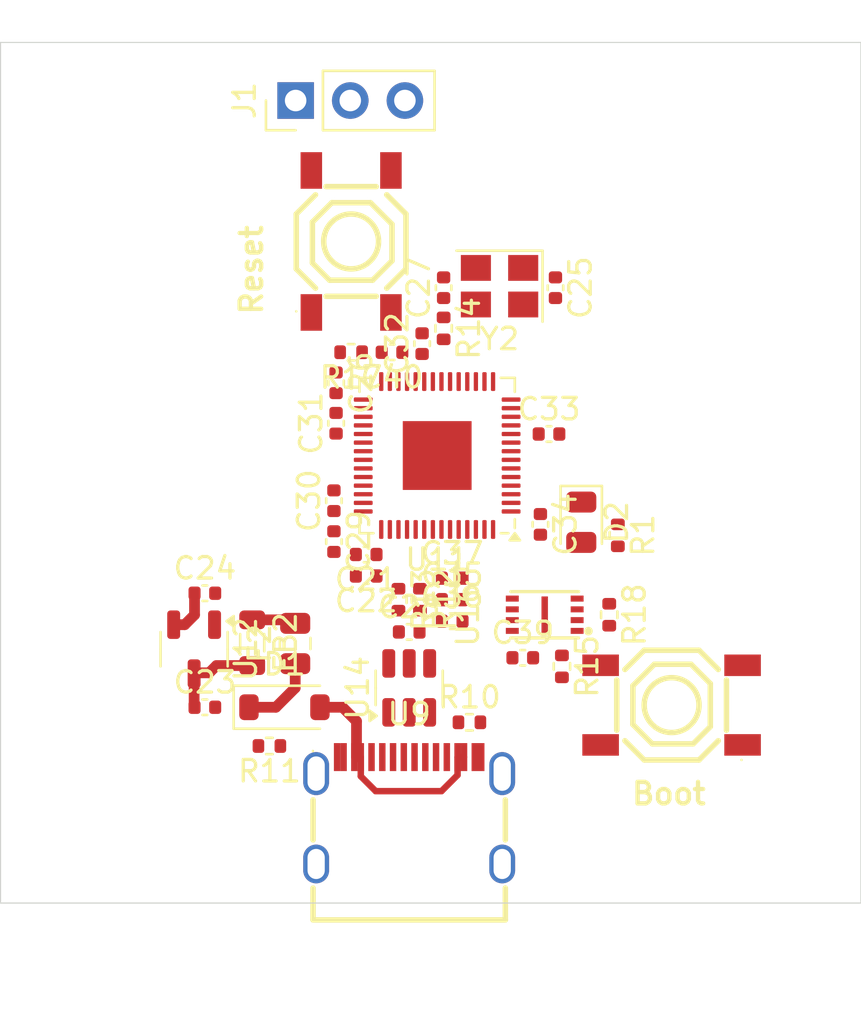
<source format=kicad_pcb>
(kicad_pcb (version 20241229) (generator "pcbnew") (generator_version "9.0")
  (layers (0 "F.Cu" signal) (2 "B.Cu" signal) (13 "F.Paste" user) (15 "B.Paste" user) (5 "F.SilkS" user "F.Silkscreen") (7 "B.SilkS" user "B.Silkscreen") (1 "F.Mask" user) (3 "B.Mask" user) (25 "Edge.Cuts" user))
  (net 0 "")
  (net 1 "+3V3")
  (net 2 "GND")
  (net 3 "+1V1")
  (net 4 "+5V")
  (net 5 "/rp2040/OSC_OUT")
  (net 6 "/rp2040/RUN")
  (net 7 "/rp2040/OSC_IN")
  (net 8 "/rp2040/VBUS")
  (net 9 "Net-(D1-K)")
  (net 10 "/USER_LED")
  (net 11 "Net-(D2-A)")
  (net 12 "Net-(F2-Pad2)")
  (net 13 "/rp2040/CC2")
  (net 14 "/rp2040/CC1")
  (net 15 "/rp2040/USB_MCU+")
  (net 16 "/rp2040/USB+")
  (net 17 "/rp2040/USB_MCU-")
  (net 18 "/rp2040/USB-")
  (net 19 "XOUT_MCU")
  (net 20 "/rp2040/QSPI_SS")
  (net 21 "Net-(U13-C)")
  (net 28 "/rp2040/SWCLK")
  (net 29 "/rp2040/SWD")
  (net 30 "/rp2040/GPIO17")
  (net 31 "/rp2040/GPIO22")
  (net 32 "QSPI_SD0")
  (net 33 "/rp2040/GPIO19")
  (net 34 "/rp2040/GPIO28")
  (net 35 "/rp2040/GPIO24")
  (net 36 "/rp2040/QSPI_SD2")
  (net 37 "/rp2040/GPIO27")
  (net 38 "/rp2040/GPIO16")
  (net 39 "/rp2040/GPIO10")
  (net 40 "/rp2040/GPIO5")
  (net 41 "/rp2040/GPIO2")
  (net 42 "/rp2040/GPIO3")
  (net 43 "/rp2040/QSPI_SD1")
  (net 44 "/rp2040/GPIO14")
  (net 45 "QSPI_SD3")
  (net 46 "/rp2040/GPIO6")
  (net 47 "/rp2040/GPIO1")
  (net 48 "/rp2040/GPIO7")
  (net 49 "/rp2040/GPIO21")
  (net 50 "/rp2040/GPIO23")
  (net 51 "/rp2040/GPIO15")
  (net 52 "/rp2040/GPIO25")
  (net 53 "/rp2040/GPIO9")
  (net 54 "/rp2040/GPIO26")
  (net 55 "QSPI_SCLK")
  (net 56 "/rp2040/GPIO13")
  (net 57 "/rp2040/GPIO11")
  (net 58 "/rp2040/GPIO18")
  (net 59 "/rp2040/GPIO29")
  (net 60 "/rp2040/GPIO4")
  (net 61 "/rp2040/GPIO8")
  (net 62 "/rp2040/GPIO12")
  (net 63 "/rp2040/GPIO20")
  (footprint "Capacitor_SMD:C_0402_1005Metric" (layer "F.Cu") (at 189.5 90.9)
    (property "Reference" "C23" (at 0 -1.16 0) (layer "F.SilkS"))
    (property "Value" "1uF")
    (fp_line (start -0.107836 -0.36) (end 0.107836 -0.36) (stroke (width 0.12)) (layer "F.SilkS"))
    (fp_line (start -0.107836 0.36) (end 0.107836 0.36) (stroke (width 0.12)) (layer "F.SilkS"))
    (pad "1" smd roundrect (at -0.48 0) (size 0.56 0.62) (layers "F.Cu" "F.Mask" "F.Paste") (net 4 "+5V"))
    (pad "2" smd roundrect (at 0.48 0) (size 0.56 0.62) (layers "F.Cu" "F.Mask" "F.Paste") (net 2 "GND"))
  )
  (footprint "footprints:simple-usb-c" (layer "F.Cu") (at 199 97)
    (property "Reference" "U9" (at 0 -5.784087 0) (layer "F.SilkS"))
    (property "Value" "TYPE-C-31-M-12")
    (fp_line (start -4.470003 0.065697) (end -4.470003 -1.797219) (stroke (width 0.254)) (layer "F.SilkS"))
    (fp_line (start -4.470003 3.784087) (end -4.470003 2.302781) (stroke (width 0.254)) (layer "F.SilkS"))
    (fp_line (start 4.470003 0.066053) (end 4.470003 -1.797574) (stroke (width 0.254)) (layer "F.SilkS"))
    (fp_line (start 4.470003 3.784087) (end -4.470003 3.784087) (stroke (width 0.254)) (layer "F.SilkS"))
    (fp_line (start 4.470003 3.784087) (end 4.470003 2.302426) (stroke (width 0.254)) (layer "F.SilkS"))
    (fp_circle (center -4.476048 -4.066129) (end -4.44605 -4.066129) (stroke (width 0.059995)) (fill no) (layer "F.SilkS"))
    (pad "" np_thru_hole circle (at -2.90094 -2.515634) (size 0.750013 0.750013) (drill 0.750013) (layers "*.Cu" "*.Mask"))
    (pad "" np_thru_hole circle (at 2.898908 -2.515634) (size 0.750013 0.750013) (drill 0.750013) (layers "*.Cu" "*.Mask"))
    (pad "0" thru_hole oval (at -4.326137 -3.015761) (size 1.2 2) (drill oval 0.8 1.600025) (layers "*.Cu" "*.Mask"))
    (pad "0" thru_hole oval (at -4.326137 1.184138) (size 1.2 1.8) (drill oval 0.8 1.4) (layers "*.Cu" "*.Mask"))
    (pad "0" thru_hole oval (at 4.324105 -3.015761) (size 1.2 2) (drill oval 0.8 1.599975) (layers "*.Cu" "*.Mask"))
    (pad "0" thru_hole oval (at 4.324105 1.184138) (size 1.2 1.8) (drill oval 0.8 1.4) (layers "*.Cu" "*.Mask"))
    (pad "A1" smd rect (at -3.351029 -3.784087) (size 0.3 1.3) (layers "F.Cu" "F.Mask" "F.Paste") (net 2 "GND"))
    (pad "A4" smd rect (at -2.550927 -3.784087) (size 0.3 1.3) (layers "F.Cu" "F.Mask" "F.Paste") (net 8 "/rp2040/VBUS"))
    (pad "A5" smd rect (at -1.250953 -3.784087) (size 0.3 1.3) (layers "F.Cu" "F.Mask" "F.Paste") (net 14 "/rp2040/CC1"))
    (pad "A6" smd rect (at -0.250953 -3.784087) (size 0.3 1.3) (layers "F.Cu" "F.Mask" "F.Paste") (net 16 "/rp2040/USB+"))
    (pad "A7" smd rect (at 0.24892 -3.784087) (size 0.3 1.3) (layers "F.Cu" "F.Mask" "F.Paste") (net 18 "/rp2040/USB-"))
    (pad "A8" smd rect (at 1.248666 -3.784087) (size 0.3 1.3) (layers "F.Cu" "F.Mask" "F.Paste"))
    (pad "A9" smd rect (at 2.549149 -3.784087) (size 0.3 1.3) (layers "F.Cu" "F.Mask" "F.Paste") (net 8 "/rp2040/VBUS"))
    (pad "A12" smd rect (at 3.348997 -3.784087) (size 0.3 1.3) (layers "F.Cu" "F.Mask" "F.Paste") (net 2 "GND"))
    (pad "B1" smd rect (at 3.049022 -3.784087) (size 0.3 1.3) (layers "F.Cu" "F.Mask" "F.Paste") (net 2 "GND"))
    (pad "B4" smd rect (at 2.24892 -3.784087) (size 0.3 1.3) (layers "F.Cu" "F.Mask" "F.Paste") (net 8 "/rp2040/VBUS"))
    (pad "B5" smd rect (at 1.749047 -3.784087) (size 0.3 1.3) (layers "F.Cu" "F.Mask" "F.Paste") (net 13 "/rp2040/CC2"))
    (pad "B6" smd rect (at 0.749047 -3.784087) (size 0.3 1.3) (layers "F.Cu" "F.Mask" "F.Paste") (net 16 "/rp2040/USB+"))
    (pad "B7" smd rect (at -0.75108 -3.784087) (size 0.3 1.3) (layers "F.Cu" "F.Mask" "F.Paste") (net 18 "/rp2040/USB-"))
    (pad "B8" smd rect (at -1.75108 -3.784087) (size 0.3 1.3) (layers "F.Cu" "F.Mask" "F.Paste"))
    (pad "B9" smd rect (at -2.250953 -3.784087) (size 0.3 1.3) (layers "F.Cu" "F.Mask" "F.Paste") (net 8 "/rp2040/VBUS"))
    (pad "B12" smd rect (at -3.051054 -3.784087) (size 0.3 1.3) (layers "F.Cu" "F.Mask" "F.Paste") (net 2 "GND"))
  )
  (footprint "Capacitor_SMD:C_0402_1005Metric" (layer "F.Cu") (at 195.6 75.82 -90)
    (property "Reference" "C26" (at 0 -1.16 90) (layer "F.SilkS"))
    (property "Value" "100nF")
    (fp_line (start -0.107836 0.36) (end 0.107836 0.36) (stroke (width 0.12)) (layer "F.SilkS"))
    (fp_line (start -0.107836 -0.36) (end 0.107836 -0.36) (stroke (width 0.12)) (layer "F.SilkS"))
    (pad "1" smd roundrect (at -0.48 0 270) (size 0.56 0.62) (layers "F.Cu" "F.Mask" "F.Paste") (net 6 "/rp2040/RUN"))
    (pad "2" smd roundrect (at 0.48 0 270) (size 0.56 0.62) (layers "F.Cu" "F.Mask" "F.Paste") (net 2 "GND"))
  )
  (footprint "Capacitor_SMD:C_0402_1005Metric" (layer "F.Cu") (at 205.8 71.4 -90)
    (property "Reference" "C25" (at 0 -1.16 90) (layer "F.SilkS"))
    (property "Value" "30pF")
    (fp_line (start -0.107836 0.36) (end 0.107836 0.36) (stroke (width 0.12)) (layer "F.SilkS"))
    (fp_line (start -0.107836 -0.36) (end 0.107836 -0.36) (stroke (width 0.12)) (layer "F.SilkS"))
    (pad "1" smd roundrect (at -0.48 0 270) (size 0.56 0.62) (layers "F.Cu" "F.Mask" "F.Paste") (net 5 "/rp2040/OSC_OUT"))
    (pad "2" smd roundrect (at 0.48 0 270) (size 0.56 0.62) (layers "F.Cu" "F.Mask" "F.Paste") (net 2 "GND"))
  )
  (footprint "Diode_SMD:D_SOD-123" (layer "F.Cu") (at 193.2 90.9)
    (property "Reference" "D1" (at 0 -2 0) (layer "F.SilkS"))
    (property "Value" "5819W")
    (fp_line (start -2.36 -1) (end -2.36 1) (stroke (width 0.12)) (layer "F.SilkS"))
    (fp_line (start -2.36 -1) (end 1.65 -1) (stroke (width 0.12)) (layer "F.SilkS"))
    (fp_line (start -2.36 1) (end 1.65 1) (stroke (width 0.12)) (layer "F.SilkS"))
    (pad "1" smd roundrect (at -1.65 0) (size 0.9 1.2) (layers "F.Cu" "F.Mask" "F.Paste") (net 9 "Net-(D1-K)"))
    (pad "2" smd roundrect (at 1.65 0) (size 0.9 1.2) (layers "F.Cu" "F.Mask" "F.Paste") (net 8 "/rp2040/VBUS"))
  )
  (footprint "Resistor_SMD:R_0402_1005Metric" (layer "F.Cu") (at 201.8 91.6)
    (property "Reference" "R10" (at 0 -1.17 0) (layer "F.SilkS"))
    (property "Value" "5.1k")
    (fp_line (start -0.153641 -0.38) (end 0.153641 -0.38) (stroke (width 0.12)) (layer "F.SilkS"))
    (fp_line (start -0.153641 0.38) (end 0.153641 0.38) (stroke (width 0.12)) (layer "F.SilkS"))
    (pad "1" smd roundrect (at -0.51 0) (size 0.54 0.64) (layers "F.Cu" "F.Mask" "F.Paste") (net 13 "/rp2040/CC2"))
    (pad "2" smd roundrect (at 0.51 0) (size 0.54 0.64) (layers "F.Cu" "F.Mask" "F.Paste") (net 2 "GND"))
  )
  (footprint "Resistor_SMD:R_0402_1005Metric" (layer "F.Cu") (at 192.5 92.7 180)
    (property "Reference" "R11" (at 0 -1.17 0) (layer "F.SilkS"))
    (property "Value" "5.1k")
    (fp_line (start -0.153641 0.38) (end 0.153641 0.38) (stroke (width 0.12)) (layer "F.SilkS"))
    (fp_line (start -0.153641 -0.38) (end 0.153641 -0.38) (stroke (width 0.12)) (layer "F.SilkS"))
    (pad "1" smd roundrect (at -0.51 0 180) (size 0.54 0.64) (layers "F.Cu" "F.Mask" "F.Paste") (net 14 "/rp2040/CC1"))
    (pad "2" smd roundrect (at 0.51 0 180) (size 0.54 0.64) (layers "F.Cu" "F.Mask" "F.Paste") (net 2 "GND"))
  )
  (footprint "footprints:tactile-switch" (layer "F.Cu") (at 196.3 69.25 90)
    (property "Reference" "U15" (hide yes))
    (property "Value" "Reset")
    (fp_line (start 1.275083 -2.550165) (end 2.170155 -1.655093) (stroke (width 0.254)) (layer "F.SilkS"))
    (fp_line (start -1.275083 -2.550165) (end 1.275083 -2.550165) (stroke (width 0.254)) (layer "F.SilkS"))
    (fp_line (start -1.275083 -2.550165) (end -2.170155 -1.655093) (stroke (width 0.254)) (layer "F.SilkS"))
    (fp_line (start 0.899162 -1.800864) (end 1.800864 -0.899162) (stroke (width 0.254)) (layer "F.SilkS"))
    (fp_line (start -1.000762 -1.800864) (end 0.899162 -1.800864) (stroke (width 0.254)) (layer "F.SilkS"))
    (fp_line (start 2.550165 -1.168402) (end 2.550165 1.168402) (stroke (width 0.254)) (layer "F.SilkS"))
    (fp_line (start -2.550165 -1.168402) (end -2.550165 1.168402) (stroke (width 0.254)) (layer "F.SilkS"))
    (fp_line (start -1.800864 -1.000762) (end -1.000762 -1.800864) (stroke (width 0.254)) (layer "F.SilkS"))
    (fp_line (start 1.800864 -0.899162) (end 1.800864 0.899162) (stroke (width 0.254)) (layer "F.SilkS"))
    (fp_line (start 1.800864 0.899162) (end 0.800102 1.899924) (stroke (width 0.254)) (layer "F.SilkS"))
    (fp_line (start -1.800864 0.998222) (end -1.800864 -1.000762) (stroke (width 0.254)) (layer "F.SilkS"))
    (fp_line (start 2.170155 1.655093) (end 1.275083 2.550165) (stroke (width 0.254)) (layer "F.SilkS"))
    (fp_line (start -2.170155 1.655093) (end -1.275083 2.550165) (stroke (width 0.254)) (layer "F.SilkS"))
    (fp_line (start 0.800102 1.899924) (end -0.899162 1.899924) (stroke (width 0.254)) (layer "F.SilkS"))
    (fp_line (start -0.899162 1.899924) (end -1.800864 0.998222) (stroke (width 0.254)) (layer "F.SilkS"))
    (fp_line (start -1.275083 2.550165) (end 1.275083 2.550165) (stroke (width 0.254)) (layer "F.SilkS"))
    (fp_circle (center -3.250013 -2.549987) (end -3.220015 -2.549987) (stroke (width 0.059995)) (fill no) (layer "F.SilkS"))
    (fp_circle (center 0 0) (end 1.275083 0) (stroke (width 0.254)) (fill no) (layer "F.SilkS"))
    (pad "1" smd rect (at -3.299975 -1.849124 90) (size 1.7 1) (layers "F.Cu" "F.Mask" "F.Paste") (net 2 "GND"))
    (pad "2" smd rect (at 3.299975 -1.850394 90) (size 1.7 1) (layers "F.Cu" "F.Mask" "F.Paste") (net 2 "GND"))
    (pad "3" smd rect (at -3.299975 1.850394 90) (size 1.7 1) (layers "F.Cu" "F.Mask" "F.Paste") (net 6 "/rp2040/RUN"))
    (pad "4" smd rect (at 3.299975 1.850394 90) (size 1.7 1) (layers "F.Cu" "F.Mask" "F.Paste") (net 6 "/rp2040/RUN"))
  )
  (footprint "Package_TO_SOT_SMD:SOT-23-3" (layer "F.Cu") (at 189 88.2 -90)
    (property "Reference" "U12" (at 0 -2.4 90) (layer "F.SilkS"))
    (property "Value" "XC6206PxxxMR")
    (fp_line (start 0 1.56) (end -0.8 1.56) (stroke (width 0.12)) (layer "F.SilkS"))
    (fp_line (start 0 1.56) (end 0.8 1.56) (stroke (width 0.12)) (layer "F.SilkS"))
    (fp_line (start 0 -1.56) (end -0.8 -1.56) (stroke (width 0.12)) (layer "F.SilkS"))
    (fp_line (start 0 -1.56) (end 0.8 -1.56) (stroke (width 0.12)) (layer "F.SilkS"))
    (fp_poly (pts (xy -1.3 -1.51) (xy -1.54 -1.84) (xy -1.06 -1.84) (xy -1.3 -1.51)) (stroke (width 0.12)) (fill yes) (layer "F.SilkS"))
    (pad "1" smd roundrect (at -1.1375 -0.95 270) (size 1.325 0.6) (layers "F.Cu" "F.Mask" "F.Paste") (net 2 "GND"))
    (pad "2" smd roundrect (at -1.1375 0.95 270) (size 1.325 0.6) (layers "F.Cu" "F.Mask" "F.Paste") (net 1 "+3V3"))
    (pad "3" smd roundrect (at 1.1375 0 270) (size 1.325 0.6) (layers "F.Cu" "F.Mask" "F.Paste") (net 4 "+5V"))
  )
  (footprint "Capacitor_SMD:C_0402_1005Metric" (layer "F.Cu") (at 201 84.9)
    (property "Reference" "C37" (at 0 -1.16 0) (layer "F.SilkS"))
    (property "Value" "100nF")
    (fp_line (start -0.107836 -0.36) (end 0.107836 -0.36) (stroke (width 0.12)) (layer "F.SilkS"))
    (fp_line (start -0.107836 0.36) (end 0.107836 0.36) (stroke (width 0.12)) (layer "F.SilkS"))
    (pad "1" smd roundrect (at -0.48 0) (size 0.56 0.62) (layers "F.Cu" "F.Mask" "F.Paste") (net 3 "+1V1"))
    (pad "2" smd roundrect (at 0.48 0) (size 0.56 0.62) (layers "F.Cu" "F.Mask" "F.Paste") (net 2 "GND"))
  )
  (footprint "Resistor_SMD:R_0402_1005Metric" (layer "F.Cu") (at 198.5 85.9 -90)
    (property "Reference" "R13" (at 0 -1.17 270) (layer "F.SilkS"))
    (property "Value" "27 ohm")
    (fp_line (start -0.153641 0.38) (end 0.153641 0.38) (stroke (width 0.12)) (layer "F.SilkS"))
    (fp_line (start -0.153641 -0.38) (end 0.153641 -0.38) (stroke (width 0.12)) (layer "F.SilkS"))
    (pad "1" smd roundrect (at -0.51 0 270) (size 0.54 0.64) (layers "F.Cu" "F.Mask" "F.Paste") (net 17 "/rp2040/USB_MCU-"))
    (pad "2" smd roundrect (at 0.51 0 270) (size 0.54 0.64) (layers "F.Cu" "F.Mask" "F.Paste") (net 18 "/rp2040/USB-"))
  )
  (footprint "Capacitor_SMD:C_0402_1005Metric" (layer "F.Cu") (at 204.28 88.6)
    (property "Reference" "C39" (at 0 -1.16 0) (layer "F.SilkS"))
    (property "Value" "2.2uF")
    (fp_line (start -0.107836 -0.36) (end 0.107836 -0.36) (stroke (width 0.12)) (layer "F.SilkS"))
    (fp_line (start -0.107836 0.36) (end 0.107836 0.36) (stroke (width 0.12)) (layer "F.SilkS"))
    (pad "1" smd roundrect (at -0.48 0) (size 0.56 0.62) (layers "F.Cu" "F.Mask" "F.Paste") (net 1 "+3V3"))
    (pad "2" smd roundrect (at 0.48 0) (size 0.56 0.62) (layers "F.Cu" "F.Mask" "F.Paste") (net 2 "GND"))
  )
  (footprint "Capacitor_SMD:C_0402_1005Metric" (layer "F.Cu") (at 197 83.8 180)
    (property "Reference" "C21" (at 0 -1.16 0) (layer "F.SilkS"))
    (property "Value" "2.2uF")
    (fp_line (start -0.107836 0.36) (end 0.107836 0.36) (stroke (width 0.12)) (layer "F.SilkS"))
    (fp_line (start -0.107836 -0.36) (end 0.107836 -0.36) (stroke (width 0.12)) (layer "F.SilkS"))
    (pad "1" smd roundrect (at -0.48 0 180) (size 0.56 0.62) (layers "F.Cu" "F.Mask" "F.Paste") (net 1 "+3V3"))
    (pad "2" smd roundrect (at 0.48 0 180) (size 0.56 0.62) (layers "F.Cu" "F.Mask" "F.Paste") (net 2 "GND"))
  )
  (footprint "Resistor_SMD:R_0402_1005Metric" (layer "F.Cu") (at 196.3 74.4 180)
    (property "Reference" "R17" (at 0 -1.17 0) (layer "F.SilkS"))
    (property "Value" "10k ohm")
    (fp_line (start -0.153641 0.38) (end 0.153641 0.38) (stroke (width 0.12)) (layer "F.SilkS"))
    (fp_line (start -0.153641 -0.38) (end 0.153641 -0.38) (stroke (width 0.12)) (layer "F.SilkS"))
    (pad "1" smd roundrect (at -0.51 0 180) (size 0.54 0.64) (layers "F.Cu" "F.Mask" "F.Paste") (net 6 "/rp2040/RUN"))
    (pad "2" smd roundrect (at 0.51 0 180) (size 0.54 0.64) (layers "F.Cu" "F.Mask" "F.Paste") (net 1 "+3V3"))
  )
  (footprint "Capacitor_SMD:C_0402_1005Metric" (layer "F.Cu") (at 201 86.9)
    (property "Reference" "C36" (at 0 -1.16 0) (layer "F.SilkS"))
    (property "Value" "100nF")
    (fp_line (start -0.107836 -0.36) (end 0.107836 -0.36) (stroke (width 0.12)) (layer "F.SilkS"))
    (fp_line (start -0.107836 0.36) (end 0.107836 0.36) (stroke (width 0.12)) (layer "F.SilkS"))
    (pad "1" smd roundrect (at -0.48 0) (size 0.56 0.62) (layers "F.Cu" "F.Mask" "F.Paste") (net 1 "+3V3"))
    (pad "2" smd roundrect (at 0.48 0) (size 0.56 0.62) (layers "F.Cu" "F.Mask" "F.Paste") (net 2 "GND"))
  )
  (footprint "footprints:w25q16jvuxiq" (layer "F.Cu") (at 205.3 86.6 90)
    (property "Reference" "U16" (at 0 -3.576187 90) (layer "F.SilkS"))
    (property "Value" "W25Q16JVUXIQ")
    (fp_line (start -1.076238 -1.576187) (end -1.076238 1.576187) (stroke (width 0.1524)) (layer "F.SilkS"))
    (fp_line (start 1.076238 1.576187) (end 1.076238 -1.576187) (stroke (width 0.1524)) (layer "F.SilkS"))
    (fp_circle (center -0.76209 2.032144) (end -0.662014 2.032144) (stroke (width 0.2)) (fill no) (layer "F.SilkS"))
    (pad "1" smd rect (at -0.750152 1.507633) (size 0.6 0.28001) (layers "F.Cu" "F.Mask" "F.Paste") (net 20 "/rp2040/QSPI_SS"))
    (pad "2" smd rect (at -0.250025 1.507633) (size 0.6 0.28001) (layers "F.Cu" "F.Mask" "F.Paste") (net 43 "/rp2040/QSPI_SD1"))
    (pad "3" smd rect (at 0.249848 1.507633) (size 0.6 0.28001) (layers "F.Cu" "F.Mask" "F.Paste") (net 36 "/rp2040/QSPI_SD2"))
    (pad "4" smd rect (at 0.749975 1.507633) (size 0.6 0.28001) (layers "F.Cu" "F.Mask" "F.Paste") (net 2 "GND"))
    (pad "5" smd rect (at 0.749975 -1.507353) (size 0.6 0.28001) (layers "F.Cu" "F.Mask" "F.Paste") (net 32 "QSPI_SD0"))
    (pad "6" smd rect (at 0.249848 -1.507353) (size 0.6 0.28001) (layers "F.Cu" "F.Mask" "F.Paste") (net 55 "QSPI_SCLK"))
    (pad "7" smd rect (at -0.250025 -1.507353) (size 0.6 0.28001) (layers "F.Cu" "F.Mask" "F.Paste") (net 45 "QSPI_SD3"))
    (pad "8" smd rect (at -0.750152 -1.507353) (size 0.6 0.28001) (layers "F.Cu" "F.Mask" "F.Paste") (net 1 "+3V3"))
    (pad "9" smd rect (at -0.000089 0.00014 180) (size 0.3 1.7) (layers "F.Cu" "F.Mask" "F.Paste"))
  )
  (footprint "Capacitor_SMD:C_0402_1005Metric" (layer "F.Cu") (at 197 84.8 180)
    (property "Reference" "C22" (at 0 -1.16 0) (layer "F.SilkS"))
    (property "Value" "2.2uF")
    (fp_line (start -0.107836 0.36) (end 0.107836 0.36) (stroke (width 0.12)) (layer "F.SilkS"))
    (fp_line (start -0.107836 -0.36) (end 0.107836 -0.36) (stroke (width 0.12)) (layer "F.SilkS"))
    (pad "1" smd roundrect (at -0.48 0 180) (size 0.56 0.62) (layers "F.Cu" "F.Mask" "F.Paste") (net 3 "+1V1"))
    (pad "2" smd roundrect (at 0.48 0 180) (size 0.56 0.62) (layers "F.Cu" "F.Mask" "F.Paste") (net 2 "GND"))
  )
  (footprint "footprints:tactile-switch" (layer "F.Cu") (at 211.2 90.8 180)
    (property "Reference" "U13" (hide yes))
    (property "Value" "USB Boot")
    (fp_line (start 2.550165 -1.168402) (end 2.550165 1.168402) (stroke (width 0.254)) (layer "F.SilkS"))
    (fp_line (start 2.170155 1.655093) (end 1.275083 2.550165) (stroke (width 0.254)) (layer "F.SilkS"))
    (fp_line (start 1.800864 0.899162) (end 0.800102 1.899924) (stroke (width 0.254)) (layer "F.SilkS"))
    (fp_line (start 1.800864 -0.899162) (end 1.800864 0.899162) (stroke (width 0.254)) (layer "F.SilkS"))
    (fp_line (start 1.275083 -2.550165) (end 2.170155 -1.655093) (stroke (width 0.254)) (layer "F.SilkS"))
    (fp_line (start 0.899162 -1.800864) (end 1.800864 -0.899162) (stroke (width 0.254)) (layer "F.SilkS"))
    (fp_line (start 0.800102 1.899924) (end -0.899162 1.899924) (stroke (width 0.254)) (layer "F.SilkS"))
    (fp_line (start -0.899162 1.899924) (end -1.800864 0.998222) (stroke (width 0.254)) (layer "F.SilkS"))
    (fp_line (start -1.000762 -1.800864) (end 0.899162 -1.800864) (stroke (width 0.254)) (layer "F.SilkS"))
    (fp_line (start -1.275083 2.550165) (end 1.275083 2.550165) (stroke (width 0.254)) (layer "F.SilkS"))
    (fp_line (start -1.275083 -2.550165) (end 1.275083 -2.550165) (stroke (width 0.254)) (layer "F.SilkS"))
    (fp_line (start -1.275083 -2.550165) (end -2.170155 -1.655093) (stroke (width 0.254)) (layer "F.SilkS"))
    (fp_line (start -1.800864 0.998222) (end -1.800864 -1.000762) (stroke (width 0.254)) (layer "F.SilkS"))
    (fp_line (start -1.800864 -1.000762) (end -1.000762 -1.800864) (stroke (width 0.254)) (layer "F.SilkS"))
    (fp_line (start -2.170155 1.655093) (end -1.275083 2.550165) (stroke (width 0.254)) (layer "F.SilkS"))
    (fp_line (start -2.550165 -1.168402) (end -2.550165 1.168402) (stroke (width 0.254)) (layer "F.SilkS"))
    (fp_circle (center 0 0) (end 1.275083 0) (stroke (width 0.254)) (fill no) (layer "F.SilkS"))
    (fp_circle (center -3.250013 -2.549987) (end -3.220015 -2.549987) (stroke (width 0.059995)) (fill no) (layer "F.SilkS"))
    (pad "1" smd rect (at -3.299975 -1.849124 180) (size 1.7 1) (layers "F.Cu" "F.Mask" "F.Paste") (net 2 "GND"))
    (pad "2" smd rect (at 3.299975 -1.850394 180) (size 1.7 1) (layers "F.Cu" "F.Mask" "F.Paste") (net 2 "GND"))
    (pad "3" smd rect (at -3.299975 1.850394 180) (size 1.7 1) (layers "F.Cu" "F.Mask" "F.Paste") (net 21 "Net-(U13-C)"))
    (pad "4" smd rect (at 3.299975 1.850394 180) (size 1.7 1) (layers "F.Cu" "F.Mask" "F.Paste") (net 21 "Net-(U13-C)"))
  )
  (footprint "Capacitor_SMD:C_0402_1005Metric" (layer "F.Cu") (at 195.6 77.7 90)
    (property "Reference" "C31" (at 0 -1.16 90) (layer "F.SilkS"))
    (property "Value" "100nF")
    (fp_line (start -0.107836 -0.36) (end 0.107836 -0.36) (stroke (width 0.12)) (layer "F.SilkS"))
    (fp_line (start -0.107836 0.36) (end 0.107836 0.36) (stroke (width 0.12)) (layer "F.SilkS"))
    (pad "1" smd roundrect (at -0.48 0 90) (size 0.56 0.62) (layers "F.Cu" "F.Mask" "F.Paste") (net 1 "+3V3"))
    (pad "2" smd roundrect (at 0.48 0 90) (size 0.56 0.62) (layers "F.Cu" "F.Mask" "F.Paste") (net 2 "GND"))
  )
  (footprint "Package_TO_SOT_SMD:SOT-23-6" (layer "F.Cu") (at 199 90 90)
    (property "Reference" "U14" (at 0 -2.4 90) (layer "F.SilkS"))
    (property "Value" "USBLC6-2SC6")
    (fp_line (start 0 -1.56) (end 0.8 -1.56) (stroke (width 0.12)) (layer "F.SilkS"))
    (fp_line (start 0 -1.56) (end -0.8 -1.56) (stroke (width 0.12)) (layer "F.SilkS"))
    (fp_line (start 0 1.56) (end 0.8 1.56) (stroke (width 0.12)) (layer "F.SilkS"))
    (fp_line (start 0 1.56) (end -0.8 1.56) (stroke (width 0.12)) (layer "F.SilkS"))
    (fp_poly (pts (xy -1.3 -1.51) (xy -1.54 -1.84) (xy -1.06 -1.84) (xy -1.3 -1.51)) (stroke (width 0.12)) (fill yes) (layer "F.SilkS"))
    (pad "1" smd roundrect (at -1.1375 -0.95 90) (size 1.325 0.6) (layers "F.Cu" "F.Mask" "F.Paste") (net 18 "/rp2040/USB-"))
    (pad "2" smd roundrect (at -1.1375 0 90) (size 1.325 0.6) (layers "F.Cu" "F.Mask" "F.Paste") (net 2 "GND"))
    (pad "3" smd roundrect (at -1.1375 0.95 90) (size 1.325 0.6) (layers "F.Cu" "F.Mask" "F.Paste") (net 16 "/rp2040/USB+"))
    (pad "4" smd roundrect (at 1.1375 0.95 90) (size 1.325 0.6) (layers "F.Cu" "F.Mask" "F.Paste") (net 16 "/rp2040/USB+"))
    (pad "5" smd roundrect (at 1.1375 0 90) (size 1.325 0.6) (layers "F.Cu" "F.Mask" "F.Paste") (net 8 "/rp2040/VBUS"))
    (pad "6" smd roundrect (at 1.1375 -0.95 90) (size 1.325 0.6) (layers "F.Cu" "F.Mask" "F.Paste") (net 18 "/rp2040/USB-"))
  )
  (footprint "Resistor_SMD:R_0402_1005Metric" (layer "F.Cu") (at 199.5 85.9 -90)
    (property "Reference" "R12" (at 0 -1.17 270) (layer "F.SilkS"))
    (property "Value" "27 ohm")
    (fp_line (start -0.153641 0.38) (end 0.153641 0.38) (stroke (width 0.12)) (layer "F.SilkS"))
    (fp_line (start -0.153641 -0.38) (end 0.153641 -0.38) (stroke (width 0.12)) (layer "F.SilkS"))
    (pad "1" smd roundrect (at -0.51 0 270) (size 0.54 0.64) (layers "F.Cu" "F.Mask" "F.Paste") (net 15 "/rp2040/USB_MCU+"))
    (pad "2" smd roundrect (at 0.51 0 270) (size 0.54 0.64) (layers "F.Cu" "F.Mask" "F.Paste") (net 16 "/rp2040/USB+"))
  )
  (footprint "Resistor_SMD:R_0402_1005Metric" (layer "F.Cu") (at 200.6 73.29 -90)
    (property "Reference" "R14" (at 0 -1.17 270) (layer "F.SilkS"))
    (property "Value" "1k ohm")
    (fp_line (start -0.153641 0.38) (end 0.153641 0.38) (stroke (width 0.12)) (layer "F.SilkS"))
    (fp_line (start -0.153641 -0.38) (end 0.153641 -0.38) (stroke (width 0.12)) (layer "F.SilkS"))
    (pad "1" smd roundrect (at -0.51 0 270) (size 0.54 0.64) (layers "F.Cu" "F.Mask" "F.Paste") (net 7 "/rp2040/OSC_IN"))
    (pad "2" smd roundrect (at 0.51 0 270) (size 0.54 0.64) (layers "F.Cu" "F.Mask" "F.Paste") (net 19 "XOUT_MCU"))
  )
  (footprint "Package_DFN_QFN:QFN-56-1EP_7x7mm_P0.4mm_EP3.2x3.2mm" (layer "F.Cu") (at 200.3 79.2 180)
    (property "Reference" "U11" (at 0 -4.83 0) (layer "F.SilkS"))
    (property "Value" "RP2040")
    (fp_line (start 3.61 3.61) (end 3.61 2.96) (stroke (width 0.12)) (layer "F.SilkS"))
    (fp_line (start 3.61 -3.61) (end 3.61 -2.96) (stroke (width 0.12)) (layer "F.SilkS"))
    (fp_line (start 2.96 3.61) (end 3.61 3.61) (stroke (width 0.12)) (layer "F.SilkS"))
    (fp_line (start 2.96 -3.61) (end 3.61 -3.61) (stroke (width 0.12)) (layer "F.SilkS"))
    (fp_line (start -2.96 3.61) (end -3.61 3.61) (stroke (width 0.12)) (layer "F.SilkS"))
    (fp_line (start -2.96 -3.61) (end -3.31 -3.61) (stroke (width 0.12)) (layer "F.SilkS"))
    (fp_line (start -3.61 3.61) (end -3.61 2.96) (stroke (width 0.12)) (layer "F.SilkS"))
    (fp_line (start -3.61 -2.96) (end -3.61 -3.37) (stroke (width 0.12)) (layer "F.SilkS"))
    (fp_poly (pts (xy -3.61 -3.61) (xy -3.85 -3.94) (xy -3.37 -3.94) (xy -3.61 -3.61)) (stroke (width 0.12)) (fill yes) (layer "F.SilkS"))
    (pad "1" smd roundrect (at -3.4375 -2.6 180) (size 0.875 0.2) (layers "F.Cu" "F.Mask" "F.Paste") (net 1 "+3V3"))
    (pad "2" smd roundrect (at -3.4375 -2.2 180) (size 0.875 0.2) (layers "F.Cu" "F.Mask" "F.Paste") (net 10 "/USER_LED"))
    (pad "3" smd roundrect (at -3.4375 -1.8 180) (size 0.875 0.2) (layers "F.Cu" "F.Mask" "F.Paste") (net 47 "/rp2040/GPIO1"))
    (pad "4" smd roundrect (at -3.4375 -1.4 180) (size 0.875 0.2) (layers "F.Cu" "F.Mask" "F.Paste") (net 41 "/rp2040/GPIO2"))
    (pad "5" smd roundrect (at -3.4375 -1 180) (size 0.875 0.2) (layers "F.Cu" "F.Mask" "F.Paste") (net 42 "/rp2040/GPIO3"))
    (pad "6" smd roundrect (at -3.4375 -0.6 180) (size 0.875 0.2) (layers "F.Cu" "F.Mask" "F.Paste") (net 60 "/rp2040/GPIO4"))
    (pad "7" smd roundrect (at -3.4375 -0.2 180) (size 0.875 0.2) (layers "F.Cu" "F.Mask" "F.Paste") (net 40 "/rp2040/GPIO5"))
    (pad "8" smd roundrect (at -3.4375 0.2 180) (size 0.875 0.2) (layers "F.Cu" "F.Mask" "F.Paste") (net 46 "/rp2040/GPIO6"))
    (pad "9" smd roundrect (at -3.4375 0.6 180) (size 0.875 0.2) (layers "F.Cu" "F.Mask" "F.Paste") (net 48 "/rp2040/GPIO7"))
    (pad "10" smd roundrect (at -3.4375 1 180) (size 0.875 0.2) (layers "F.Cu" "F.Mask" "F.Paste") (net 1 "+3V3"))
    (pad "11" smd roundrect (at -3.4375 1.4 180) (size 0.875 0.2) (layers "F.Cu" "F.Mask" "F.Paste") (net 61 "/rp2040/GPIO8"))
    (pad "12" smd roundrect (at -3.4375 1.8 180) (size 0.875 0.2) (layers "F.Cu" "F.Mask" "F.Paste") (net 53 "/rp2040/GPIO9"))
    (pad "13" smd roundrect (at -3.4375 2.2 180) (size 0.875 0.2) (layers "F.Cu" "F.Mask" "F.Paste") (net 39 "/rp2040/GPIO10"))
    (pad "14" smd roundrect (at -3.4375 2.6 180) (size 0.875 0.2) (layers "F.Cu" "F.Mask" "F.Paste") (net 57 "/rp2040/GPIO11"))
    (pad "15" smd roundrect (at -2.6 3.4375 180) (size 0.2 0.875) (layers "F.Cu" "F.Mask" "F.Paste") (net 62 "/rp2040/GPIO12"))
    (pad "16" smd roundrect (at -2.2 3.4375 180) (size 0.2 0.875) (layers "F.Cu" "F.Mask" "F.Paste") (net 56 "/rp2040/GPIO13"))
    (pad "17" smd roundrect (at -1.8 3.4375 180) (size 0.2 0.875) (layers "F.Cu" "F.Mask" "F.Paste") (net 44 "/rp2040/GPIO14"))
    (pad "18" smd roundrect (at -1.4 3.4375 180) (size 0.2 0.875) (layers "F.Cu" "F.Mask" "F.Paste") (net 51 "/rp2040/GPIO15"))
    (pad "19" smd roundrect (at -1 3.4375 180) (size 0.2 0.875) (layers "F.Cu" "F.Mask" "F.Paste") (net 2 "GND"))
    (pad "20" smd roundrect (at -0.6 3.4375 180) (size 0.2 0.875) (layers "F.Cu" "F.Mask" "F.Paste") (net 5 "/rp2040/OSC_OUT"))
    (pad "21" smd roundrect (at -0.2 3.4375 180) (size 0.2 0.875) (layers "F.Cu" "F.Mask" "F.Paste") (net 19 "XOUT_MCU"))
    (pad "22" smd roundrect (at 0.2 3.4375 180) (size 0.2 0.875) (layers "F.Cu" "F.Mask" "F.Paste") (net 1 "+3V3"))
    (pad "23" smd roundrect (at 0.6 3.4375 180) (size 0.2 0.875) (layers "F.Cu" "F.Mask" "F.Paste") (net 3 "+1V1"))
    (pad "24" smd roundrect (at 1 3.4375 180) (size 0.2 0.875) (layers "F.Cu" "F.Mask" "F.Paste") (net 28 "/rp2040/SWCLK"))
    (pad "25" smd roundrect (at 1.4 3.4375 180) (size 0.2 0.875) (layers "F.Cu" "F.Mask" "F.Paste") (net 29 "/rp2040/SWD"))
    (pad "26" smd roundrect (at 1.8 3.4375 180) (size 0.2 0.875) (layers "F.Cu" "F.Mask" "F.Paste") (net 6 "/rp2040/RUN"))
    (pad "27" smd roundrect (at 2.2 3.4375 180) (size 0.2 0.875) (layers "F.Cu" "F.Mask" "F.Paste") (net 38 "/rp2040/GPIO16"))
    (pad "28" smd roundrect (at 2.6 3.4375 180) (size 0.2 0.875) (layers "F.Cu" "F.Mask" "F.Paste") (net 30 "/rp2040/GPIO17"))
    (pad "29" smd roundrect (at 3.4375 2.6 180) (size 0.875 0.2) (layers "F.Cu" "F.Mask" "F.Paste") (net 58 "/rp2040/GPIO18"))
    (pad "30" smd roundrect (at 3.4375 2.2 180) (size 0.875 0.2) (layers "F.Cu" "F.Mask" "F.Paste") (net 33 "/rp2040/GPIO19"))
    (pad "31" smd roundrect (at 3.4375 1.8 180) (size 0.875 0.2) (layers "F.Cu" "F.Mask" "F.Paste") (net 63 "/rp2040/GPIO20"))
    (pad "32" smd roundrect (at 3.4375 1.4 180) (size 0.875 0.2) (layers "F.Cu" "F.Mask" "F.Paste") (net 49 "/rp2040/GPIO21"))
    (pad "33" smd roundrect (at 3.4375 1 180) (size 0.875 0.2) (layers "F.Cu" "F.Mask" "F.Paste") (net 1 "+3V3"))
    (pad "34" smd roundrect (at 3.4375 0.6 180) (size 0.875 0.2) (layers "F.Cu" "F.Mask" "F.Paste") (net 31 "/rp2040/GPIO22"))
    (pad "35" smd roundrect (at 3.4375 0.2 180) (size 0.875 0.2) (layers "F.Cu" "F.Mask" "F.Paste") (net 50 "/rp2040/GPIO23"))
    (pad "36" smd roundrect (at 3.4375 -0.2 180) (size 0.875 0.2) (layers "F.Cu" "F.Mask" "F.Paste") (net 35 "/rp2040/GPIO24"))
    (pad "37" smd roundrect (at 3.4375 -0.6 180) (size 0.875 0.2) (layers "F.Cu" "F.Mask" "F.Paste") (net 52 "/rp2040/GPIO25"))
    (pad "38" smd roundrect (at 3.4375 -1 180) (size 0.875 0.2) (layers "F.Cu" "F.Mask" "F.Paste") (net 54 "/rp2040/GPIO26"))
    (pad "39" smd roundrect (at 3.4375 -1.4 180) (size 0.875 0.2) (layers "F.Cu" "F.Mask" "F.Paste") (net 37 "/rp2040/GPIO27"))
    (pad "40" smd roundrect (at 3.4375 -1.8 180) (size 0.875 0.2) (layers "F.Cu" "F.Mask" "F.Paste") (net 34 "/rp2040/GPIO28"))
    (pad "41" smd roundrect (at 3.4375 -2.2 180) (size 0.875 0.2) (layers "F.Cu" "F.Mask" "F.Paste") (net 59 "/rp2040/GPIO29"))
    (pad "42" smd roundrect (at 3.4375 -2.6 180) (size 0.875 0.2) (layers "F.Cu" "F.Mask" "F.Paste") (net 1 "+3V3"))
    (pad "43" smd roundrect (at 2.6 -3.4375 180) (size 0.2 0.875) (layers "F.Cu" "F.Mask" "F.Paste") (net 1 "+3V3"))
    (pad "44" smd roundrect (at 2.2 -3.4375 180) (size 0.2 0.875) (layers "F.Cu" "F.Mask" "F.Paste") (net 1 "+3V3"))
    (pad "45" smd roundrect (at 1.8 -3.4375 180) (size 0.2 0.875) (layers "F.Cu" "F.Mask" "F.Paste") (net 3 "+1V1"))
    (pad "46" smd roundrect (at 1.4 -3.4375 180) (size 0.2 0.875) (layers "F.Cu" "F.Mask" "F.Paste") (net 17 "/rp2040/USB_MCU-"))
    (pad "47" smd roundrect (at 1 -3.4375 180) (size 0.2 0.875) (layers "F.Cu" "F.Mask" "F.Paste") (net 15 "/rp2040/USB_MCU+"))
    (pad "48" smd roundrect (at 0.6 -3.4375 180) (size 0.2 0.875) (layers "F.Cu" "F.Mask" "F.Paste") (net 1 "+3V3"))
    (pad "49" smd roundrect (at 0.2 -3.4375 180) (size 0.2 0.875) (layers "F.Cu" "F.Mask" "F.Paste") (net 1 "+3V3"))
    (pad "50" smd roundrect (at -0.2 -3.4375 180) (size 0.2 0.875) (layers "F.Cu" "F.Mask" "F.Paste") (net 3 "+1V1"))
    (pad "51" smd roundrect (at -0.6 -3.4375 180) (size 0.2 0.875) (layers "F.Cu" "F.Mask" "F.Paste") (net 45 "QSPI_SD3"))
    (pad "52" smd roundrect (at -1 -3.4375 180) (size 0.2 0.875) (layers "F.Cu" "F.Mask" "F.Paste") (net 55 "QSPI_SCLK"))
    (pad "53" smd roundrect (at -1.4 -3.4375 180) (size 0.2 0.875) (layers "F.Cu" "F.Mask" "F.Paste") (net 32 "QSPI_SD0"))
    (pad "54" smd roundrect (at -1.8 -3.4375 180) (size 0.2 0.875) (layers "F.Cu" "F.Mask" "F.Paste") (net 36 "/rp2040/QSPI_SD2"))
    (pad "55" smd roundrect (at -2.2 -3.4375 180) (size 0.2 0.875) (layers "F.Cu" "F.Mask" "F.Paste") (net 43 "/rp2040/QSPI_SD1"))
    (pad "56" smd roundrect (at -2.6 -3.4375 180) (size 0.2 0.875) (layers "F.Cu" "F.Mask" "F.Paste") (net 20 "/rp2040/QSPI_SS"))
    (pad "57" smd rect (at 0 0 180) (size 3.2 3.2) (property pad_prop_heatsink) (layers "F.Cu" "F.Mask") (net 2 "GND"))
  )
  (footprint "Capacitor_SMD:C_0402_1005Metric" (layer "F.Cu") (at 199 87.4)
    (property "Reference" "C28" (at 0 -1.16 0) (layer "F.SilkS"))
    (property "Value" "100nF")
    (fp_line (start -0.107836 -0.36) (end 0.107836 -0.36) (stroke (width 0.12)) (layer "F.SilkS"))
    (fp_line (start -0.107836 0.36) (end 0.107836 0.36) (stroke (width 0.12)) (layer "F.SilkS"))
    (pad "1" smd roundrect (at -0.48 0) (size 0.56 0.62) (layers "F.Cu" "F.Mask" "F.Paste") (net 8 "/rp2040/VBUS"))
    (pad "2" smd roundrect (at 0.48 0) (size 0.56 0.62) (layers "F.Cu" "F.Mask" "F.Paste") (net 2 "GND"))
  )
  (footprint "LED_SMD:LED_0805_2012Metric" (layer "F.Cu") (at 207 82.3 -90)
    (property "Reference" "D2" (at 0 -1.65 90) (layer "F.SilkS"))
    (property "Value" "User LED (Blue)")
    (fp_line (start -1.685 0.96) (end 1 0.96) (stroke (width 0.12)) (layer "F.SilkS"))
    (fp_line (start -1.685 -0.96) (end -1.685 0.96) (stroke (width 0.12)) (layer "F.SilkS"))
    (fp_line (start 1 -0.96) (end -1.685 -0.96) (stroke (width 0.12)) (layer "F.SilkS"))
    (pad "1" smd roundrect (at -0.9375 0 270) (size 0.975 1.4) (layers "F.Cu" "F.Mask" "F.Paste") (net 10 "/USER_LED"))
    (pad "2" smd roundrect (at 0.9375 0 270) (size 0.975 1.4) (layers "F.Cu" "F.Mask" "F.Paste") (net 11 "Net-(D2-A)"))
  )
  (footprint "Inductor_SMD:L_0805_2012Metric" (layer "F.Cu") (at 191.7 87.9 -90)
    (property "Reference" "FB2" (at 0 -1.55 90) (layer "F.SilkS"))
    (property "Value" "100@100MHz")
    (fp_line (start -0.399622 0.56) (end 0.399622 0.56) (stroke (width 0.12)) (layer "F.SilkS"))
    (fp_line (start -0.399622 -0.56) (end 0.399622 -0.56) (stroke (width 0.12)) (layer "F.SilkS"))
    (pad "1" smd roundrect (at -1.0625 0 270) (size 0.875 1.2) (layers "F.Cu" "F.Mask" "F.Paste") (net 12 "Net-(F2-Pad2)"))
    (pad "2" smd roundrect (at 1.0625 0 270) (size 0.875 1.2) (layers "F.Cu" "F.Mask" "F.Paste") (net 4 "+5V"))
  )
  (footprint "Fuse:Fuse_0805_2012Metric" (layer "F.Cu") (at 193.7 87.9375 90)
    (property "Reference" "F2" (at 0 -1.65 90) (layer "F.SilkS"))
    (property "Value" "TLC_PSMD050")
    (fp_line (start -0.258578 -0.71) (end 0.258578 -0.71) (stroke (width 0.12)) (layer "F.SilkS"))
    (fp_line (start -0.258578 0.71) (end 0.258578 0.71) (stroke (width 0.12)) (layer "F.SilkS"))
    (pad "1" smd roundrect (at -0.9375 0 90) (size 0.975 1.4) (layers "F.Cu" "F.Mask" "F.Paste") (net 9 "Net-(D1-K)"))
    (pad "2" smd roundrect (at 0.9375 0 90) (size 0.975 1.4) (layers "F.Cu" "F.Mask" "F.Paste") (net 12 "Net-(F2-Pad2)"))
  )
  (footprint "Capacitor_SMD:C_0402_1005Metric" (layer "F.Cu") (at 201 85.9)
    (property "Reference" "C35" (at 0 -1.16 0) (layer "F.SilkS"))
    (property "Value" "100nF")
    (fp_line (start -0.107836 -0.36) (end 0.107836 -0.36) (stroke (width 0.12)) (layer "F.SilkS"))
    (fp_line (start -0.107836 0.36) (end 0.107836 0.36) (stroke (width 0.12)) (layer "F.SilkS"))
    (pad "1" smd roundrect (at -0.48 0) (size 0.56 0.62) (layers "F.Cu" "F.Mask" "F.Paste") (net 1 "+3V3"))
    (pad "2" smd roundrect (at 0.48 0) (size 0.56 0.62) (layers "F.Cu" "F.Mask" "F.Paste") (net 2 "GND"))
  )
  (footprint "Crystal:Crystal_SMD_3225-4Pin_3.2x2.5mm" (layer "F.Cu") (at 203.2 71.33 180)
    (property "Reference" "Y2" (at 0 -2.45 0) (layer "F.SilkS"))
    (property "Value" "12MHz - 20pF")
    (fp_line (start -2 1.65) (end 2 1.65) (stroke (width 0.12)) (layer "F.SilkS"))
    (fp_line (start -2 -1.65) (end -2 1.65) (stroke (width 0.12)) (layer "F.SilkS"))
    (pad "1" smd rect (at -1.1 0.85 180) (size 1.4 1.2) (layers "F.Cu" "F.Mask" "F.Paste") (net 5 "/rp2040/OSC_OUT"))
    (pad "2" smd rect (at 1.1 0.85 180) (size 1.4 1.2) (layers "F.Cu" "F.Mask" "F.Paste") (net 2 "GND"))
    (pad "3" smd rect (at 1.1 -0.85 180) (size 1.4 1.2) (layers "F.Cu" "F.Mask" "F.Paste") (net 7 "/rp2040/OSC_IN"))
    (pad "4" smd rect (at -1.1 -0.85 180) (size 1.4 1.2) (layers "F.Cu" "F.Mask" "F.Paste") (net 2 "GND"))
  )
  (footprint "Capacitor_SMD:C_0402_1005Metric" (layer "F.Cu") (at 200.6 71.4 90)
    (property "Reference" "C27" (at 0 -1.16 90) (layer "F.SilkS"))
    (property "Value" "30pF")
    (fp_line (start -0.107836 -0.36) (end 0.107836 -0.36) (stroke (width 0.12)) (layer "F.SilkS"))
    (fp_line (start -0.107836 0.36) (end 0.107836 0.36) (stroke (width 0.12)) (layer "F.SilkS"))
    (pad "1" smd roundrect (at -0.48 0 90) (size 0.56 0.62) (layers "F.Cu" "F.Mask" "F.Paste") (net 7 "/rp2040/OSC_IN"))
    (pad "2" smd roundrect (at 0.48 0 90) (size 0.56 0.62) (layers "F.Cu" "F.Mask" "F.Paste") (net 2 "GND"))
  )
  (footprint "Capacitor_SMD:C_0402_1005Metric" (layer "F.Cu") (at 199.6 74 90)
    (property "Reference" "C32" (at 0 -1.16 90) (layer "F.SilkS"))
    (property "Value" "100nF")
    (fp_line (start -0.107836 -0.36) (end 0.107836 -0.36) (stroke (width 0.12)) (layer "F.SilkS"))
    (fp_line (start -0.107836 0.36) (end 0.107836 0.36) (stroke (width 0.12)) (layer "F.SilkS"))
    (pad "1" smd roundrect (at -0.48 0 90) (size 0.56 0.62) (layers "F.Cu" "F.Mask" "F.Paste") (net 1 "+3V3"))
    (pad "2" smd roundrect (at 0.48 0 90) (size 0.56 0.62) (layers "F.Cu" "F.Mask" "F.Paste") (net 2 "GND"))
  )
  (footprint "Capacitor_SMD:C_0402_1005Metric" (layer "F.Cu") (at 205.1 82.4 -90)
    (property "Reference" "C34" (at 0 -1.16 90) (layer "F.SilkS"))
    (property "Value" "100nF")
    (fp_line (start -0.107836 0.36) (end 0.107836 0.36) (stroke (width 0.12)) (layer "F.SilkS"))
    (fp_line (start -0.107836 -0.36) (end 0.107836 -0.36) (stroke (width 0.12)) (layer "F.SilkS"))
    (pad "1" smd roundrect (at -0.48 0 270) (size 0.56 0.62) (layers "F.Cu" "F.Mask" "F.Paste") (net 1 "+3V3"))
    (pad "2" smd roundrect (at 0.48 0 270) (size 0.56 0.62) (layers "F.Cu" "F.Mask" "F.Paste") (net 2 "GND"))
  )
  (footprint "Capacitor_SMD:C_0402_1005Metric" (layer "F.Cu") (at 195.5 81.3 90)
    (property "Reference" "C30" (at 0 -1.16 90) (layer "F.SilkS"))
    (property "Value" "100nF")
    (fp_line (start -0.107836 -0.36) (end 0.107836 -0.36) (stroke (width 0.12)) (layer "F.SilkS"))
    (fp_line (start -0.107836 0.36) (end 0.107836 0.36) (stroke (width 0.12)) (layer "F.SilkS"))
    (pad "1" smd roundrect (at -0.48 0 90) (size 0.56 0.62) (layers "F.Cu" "F.Mask" "F.Paste") (net 1 "+3V3"))
    (pad "2" smd roundrect (at 0.48 0 90) (size 0.56 0.62) (layers "F.Cu" "F.Mask" "F.Paste") (net 2 "GND"))
  )
  (footprint "Resistor_SMD:R_0402_1005Metric" (layer "F.Cu") (at 208.7 82.91 -90)
    (property "Reference" "R1" (at 0 -1.17 90) (layer "F.SilkS"))
    (property "Value" "1k ohm")
    (fp_line (start -0.153641 0.38) (end 0.153641 0.38) (stroke (width 0.12)) (layer "F.SilkS"))
    (fp_line (start -0.153641 -0.38) (end 0.153641 -0.38) (stroke (width 0.12)) (layer "F.SilkS"))
    (pad "1" smd roundrect (at -0.51 0 270) (size 0.54 0.64) (layers "F.Cu" "F.Mask" "F.Paste") (net 1 "+3V3"))
    (pad "2" smd roundrect (at 0.51 0 270) (size 0.54 0.64) (layers "F.Cu" "F.Mask" "F.Paste") (net 11 "Net-(D2-A)"))
  )
  (footprint "Capacitor_SMD:C_0402_1005Metric" (layer "F.Cu") (at 205.5 78.2)
    (property "Reference" "C33" (at 0 -1.16 0) (layer "F.SilkS"))
    (property "Value" "100nF")
    (fp_line (start -0.107836 -0.36) (end 0.107836 -0.36) (stroke (width 0.12)) (layer "F.SilkS"))
    (fp_line (start -0.107836 0.36) (end 0.107836 0.36) (stroke (width 0.12)) (layer "F.SilkS"))
    (pad "1" smd roundrect (at -0.48 0) (size 0.56 0.62) (layers "F.Cu" "F.Mask" "F.Paste") (net 1 "+3V3"))
    (pad "2" smd roundrect (at 0.48 0) (size 0.56 0.62) (layers "F.Cu" "F.Mask" "F.Paste") (net 2 "GND"))
  )
  (footprint "Resistor_SMD:R_0402_1005Metric" (layer "F.Cu") (at 208.3 86.6 -90)
    (property "Reference" "R18" (at 0 -1.17 90) (layer "F.SilkS"))
    (property "Value" "10k ohm")
    (fp_line (start -0.153641 0.38) (end 0.153641 0.38) (stroke (width 0.12)) (layer "F.SilkS"))
    (fp_line (start -0.153641 -0.38) (end 0.153641 -0.38) (stroke (width 0.12)) (layer "F.SilkS"))
    (pad "1" smd roundrect (at -0.51 0 270) (size 0.54 0.64) (layers "F.Cu" "F.Mask" "F.Paste") (net 1 "+3V3"))
    (pad "2" smd roundrect (at 0.51 0 270) (size 0.54 0.64) (layers "F.Cu" "F.Mask" "F.Paste") (net 20 "/rp2040/QSPI_SS"))
  )
  (footprint "Capacitor_SMD:C_0402_1005Metric" (layer "F.Cu") (at 195.5 83.2 -90)
    (property "Reference" "C29" (at 0 -1.16 90) (layer "F.SilkS"))
    (property "Value" "100nF")
    (fp_line (start -0.107836 0.36) (end 0.107836 0.36) (stroke (width 0.12)) (layer "F.SilkS"))
    (fp_line (start -0.107836 -0.36) (end 0.107836 -0.36) (stroke (width 0.12)) (layer "F.SilkS"))
    (pad "1" smd roundrect (at -0.48 0 270) (size 0.56 0.62) (layers "F.Cu" "F.Mask" "F.Paste") (net 1 "+3V3"))
    (pad "2" smd roundrect (at 0.48 0 270) (size 0.56 0.62) (layers "F.Cu" "F.Mask" "F.Paste") (net 2 "GND"))
  )
  (footprint "Resistor_SMD:R_0402_1005Metric" (layer "F.Cu") (at 206.1 89 -90)
    (property "Reference" "R15" (at 0 -1.17 90) (layer "F.SilkS"))
    (property "Value" "1k ohm")
    (fp_line (start -0.153641 0.38) (end 0.153641 0.38) (stroke (width 0.12)) (layer "F.SilkS"))
    (fp_line (start -0.153641 -0.38) (end 0.153641 -0.38) (stroke (width 0.12)) (layer "F.SilkS"))
    (pad "1" smd roundrect (at -0.51 0 270) (size 0.54 0.64) (layers "F.Cu" "F.Mask" "F.Paste") (net 20 "/rp2040/QSPI_SS"))
    (pad "2" smd roundrect (at 0.51 0 270) (size 0.54 0.64) (layers "F.Cu" "F.Mask" "F.Paste") (net 21 "Net-(U13-C)"))
  )
  (footprint "Capacitor_SMD:C_0402_1005Metric" (layer "F.Cu") (at 189.5 85.6)
    (property "Reference" "C24" (at 0 -1.16 0) (layer "F.SilkS"))
    (property "Value" "1uF")
    (fp_line (start -0.107836 -0.36) (end 0.107836 -0.36) (stroke (width 0.12)) (layer "F.SilkS"))
    (fp_line (start -0.107836 0.36) (end 0.107836 0.36) (stroke (width 0.12)) (layer "F.SilkS"))
    (pad "1" smd roundrect (at -0.48 0) (size 0.56 0.62) (layers "F.Cu" "F.Mask" "F.Paste") (net 1 "+3V3"))
    (pad "2" smd roundrect (at 0.48 0) (size 0.56 0.62) (layers "F.Cu" "F.Mask" "F.Paste") (net 2 "GND"))
  )
  (footprint "Connector_PinHeader_2.54mm:PinHeader_1x03_P2.54mm_Vertical" (layer "F.Cu") (at 193.72 62.7 90)
    (property "Reference" "J1" (at 0 -2.38 90) (layer "F.SilkS"))
    (property "Value" "Conn_01x03")
    (fp_line (start -1.38 -1.38) (end 0 -1.38) (stroke (width 0.12)) (layer "F.SilkS"))
    (fp_line (start -1.38 0) (end -1.38 -1.38) (stroke (width 0.12)) (layer "F.SilkS"))
    (fp_line (start 1.38 1.27) (end 1.38 6.46) (stroke (width 0.12)) (layer "F.SilkS"))
    (fp_line (start -1.38 1.27) (end 1.38 1.27) (stroke (width 0.12)) (layer "F.SilkS"))
    (fp_line (start -1.38 1.27) (end -1.38 6.46) (stroke (width 0.12)) (layer "F.SilkS"))
    (fp_line (start -1.38 6.46) (end 1.38 6.46) (stroke (width 0.12)) (layer "F.SilkS"))
    (pad "1" thru_hole rect (at 0 0 90) (size 1.7 1.7) (drill 1) (layers "*.Cu" "*.Mask") (net 29 "/rp2040/SWD"))
    (pad "2" thru_hole circle (at 0 2.54 90) (size 1.7 1.7) (drill 1) (layers "*.Cu" "*.Mask") (net 2 "GND"))
    (pad "3" thru_hole circle (at 0 5.08 90) (size 1.7 1.7) (drill 1) (layers "*.Cu" "*.Mask") (net 28 "/rp2040/SWCLK"))
  )
  (footprint "Capacitor_SMD:C_0402_1005Metric" (layer "F.Cu") (at 198.2 74.4 180)
    (property "Reference" "C40" (at 0 -1.16 0) (layer "F.SilkS"))
    (property "Value" "100nF")
    (fp_line (start -0.107836 0.36) (end 0.107836 0.36) (stroke (width 0.12)) (layer "F.SilkS"))
    (fp_line (start -0.107836 -0.36) (end 0.107836 -0.36) (stroke (width 0.12)) (layer "F.SilkS"))
    (pad "1" smd roundrect (at -0.48 0 180) (size 0.56 0.62) (layers "F.Cu" "F.Mask" "F.Paste") (net 3 "+1V1"))
    (pad "2" smd roundrect (at 0.48 0 180) (size 0.56 0.62) (layers "F.Cu" "F.Mask" "F.Paste") (net 2 "GND"))
  )
  (gr_line (start 180 60) (end 180 100) (stroke (width 0.05)) (layer "Edge.Cuts"))
  (gr_line (start 220 100) (end 220 60) (stroke (width 0.05)) (layer "Edge.Cuts"))
  (gr_line (start 220 60) (end 180 60) (stroke (width 0.05)) (layer "Edge.Cuts"))
  (gr_line (start 180 100) (end 220 100) (stroke (width 0.05)) (layer "Edge.Cuts"))
  (gr_text "Boot" (at 209.25 95.5 0) (layer "F.SilkS") (effects (font (size 1 1) (thickness 0.2) (bold yes)) (justify left bottom)))
  (gr_text "Reset" (at 192.25 72.75 90) (layer "F.SilkS") (effects (font (size 1 1) (thickness 0.2) (bold yes)) (justify left bottom)))
  (segment (start 189.02 86.605) (end 188.5625 87.0625) (width 0.5) (layer "F.Cu") (net 1))
  (segment (start 188.5625 87.0625) (end 188.05 87.0625) (width 0.5) (layer "F.Cu") (net 1))
  (segment (start 189.02 85.6) (end 189.02 86.605) (width 0.5) (layer "F.Cu") (net 1))
  (segment (start 189 90.88) (end 189.02 90.9) (width 0.5) (layer "F.Cu") (net 4))
  (segment (start 189 89.3375) (end 189 90.88) (width 0.5) (layer "F.Cu") (net 4))
  (segment (start 191.7 88.9625) (end 190.0375 88.9625) (width 0.5) (layer "F.Cu") (net 4))
  (segment (start 189.0375 89.3) (end 189 89.3375) (width 0.5) (layer "F.Cu") (net 4))
  (segment (start 190.0375 88.9625) (end 189.7 89.3) (width 0.5) (layer "F.Cu") (net 4))
  (segment (start 189.7 89.3) (end 189.0375 89.3) (width 0.5) (layer "F.Cu") (net 4))
  (segment (start 195.9 90.9) (end 196.549946 91.549946) (width 0.5) (layer "F.Cu") (net 8))
  (segment (start 196.549946 91.549946) (end 196.549946 93.215913) (width 0.5) (layer "F.Cu") (net 8))
  (segment (start 200.5 94.8) (end 197.441423 94.8) (width 0.3) (layer "F.Cu") (net 8))
  (segment (start 194.85 90.9) (end 195.9 90.9) (width 0.5) (layer "F.Cu") (net 8))
  (segment (start 201.549149 93.215913) (end 201.24892 93.215913) (width 0.3) (layer "F.Cu") (net 8))
  (segment (start 201.24892 93.215913) (end 201.24892 94.05108) (width 0.3) (layer "F.Cu") (net 8))
  (segment (start 196.749047 94.107624) (end 196.749047 93.215913) (width 0.3) (layer "F.Cu") (net 8))
  (segment (start 196.749047 93.215913) (end 196.449073 93.215913) (width 0.3) (layer "F.Cu") (net 8))
  (segment (start 201.24892 94.05108) (end 200.5 94.8) (width 0.3) (layer "F.Cu") (net 8))
  (segment (start 197.441423 94.8) (end 196.749047 94.107624) (width 0.3) (layer "F.Cu") (net 8))
  (segment (start 191.55 90.9) (end 192.8 90.9) (width 0.5) (layer "F.Cu") (net 9))
  (segment (start 192.8 90.9) (end 193.7 90) (width 0.5) (layer "F.Cu") (net 9))
  (segment (start 193.7 90) (end 193.7 88.875) (width 0.5) (layer "F.Cu") (net 9))
  (segment (start 193.5375 86.8375) (end 193.7 87) (width 0.5) (layer "F.Cu") (net 12))
  (segment (start 191.7 86.8375) (end 193.5375 86.8375) (width 0.5) (layer "F.Cu") (net 12))
)
</source>
